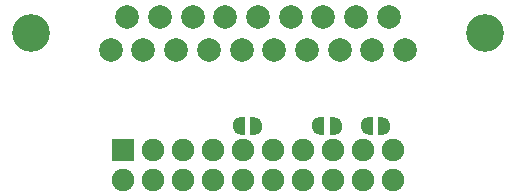
<source format=gbr>
G04 DipTrace 3.3.1.3*
G04 BottomMask.gbr*
%MOIN*%
G04 #@! TF.FileFunction,Soldermask,Bot*
G04 #@! TF.Part,Single*
%AMOUTLINE0*
4,1,14,
-0.01642,-0.014815,
-0.011571,-0.022199,
-0.00397,-0.027295,
0.005709,-0.029016,
0.019547,-0.029022,
0.019547,0.029022,
0.005512,0.029016,
-0.002975,0.027685,
-0.010255,0.024241,
-0.016113,0.017575,
-0.018537,0.011514,
-0.019547,0.003232,
-0.019547,-0.003232,
-0.018537,-0.009293,
-0.01642,-0.014815,
0*%
%AMOUTLINE1*
4,1,14,
0.01642,0.014815,
0.011571,0.022199,
0.00397,0.027295,
-0.005709,0.029016,
-0.019547,0.029022,
-0.019547,-0.029022,
-0.005512,-0.029016,
0.002975,-0.027685,
0.010255,-0.024241,
0.016113,-0.017575,
0.018537,-0.011514,
0.019547,-0.003232,
0.019547,0.003232,
0.018537,0.009293,
0.01642,0.014815,
0*%
%ADD22C,0.125984*%
%ADD25R,0.074803X0.074803*%
%ADD27C,0.074803*%
%ADD29C,0.07874*%
%ADD33OUTLINE0*%
%ADD34OUTLINE1*%
%FSLAX26Y26*%
G04*
G70*
G90*
G75*
G01*
G04 BotMask*
%LPD*%
D29*
X1784467Y976762D3*
X1729940Y1088573D3*
X1675412Y976762D3*
X1620885Y1088573D3*
X1566357Y976762D3*
X1511830Y1088573D3*
X1457302Y976762D3*
X1402774Y1088573D3*
X1348247Y976762D3*
X1293719Y1088573D3*
X1239192Y976762D3*
X1184664Y1088573D3*
X1130137Y976762D3*
X1075609Y1088573D3*
X1021082Y976762D3*
X966554Y1088573D3*
X912026Y976762D3*
X857499Y1088573D3*
X802971Y976762D3*
D22*
X2049625Y1032668D3*
X537814D3*
D27*
X1743719Y643701D3*
Y543701D3*
X1643719Y643701D3*
Y543701D3*
X1543719Y643701D3*
Y543701D3*
X1443719Y643701D3*
Y543701D3*
X1343719Y643701D3*
Y543701D3*
X1243719Y643701D3*
Y543701D3*
X1143719Y643701D3*
Y543701D3*
X1043719Y643701D3*
Y543701D3*
X943719Y643701D3*
Y543701D3*
D25*
X843719Y643701D3*
D27*
Y543701D3*
D33*
X1231288Y725039D3*
D34*
X1288608D3*
X1715007Y725034D3*
D33*
X1657687D3*
D34*
X1552411Y725039D3*
D33*
X1495091D3*
M02*

</source>
